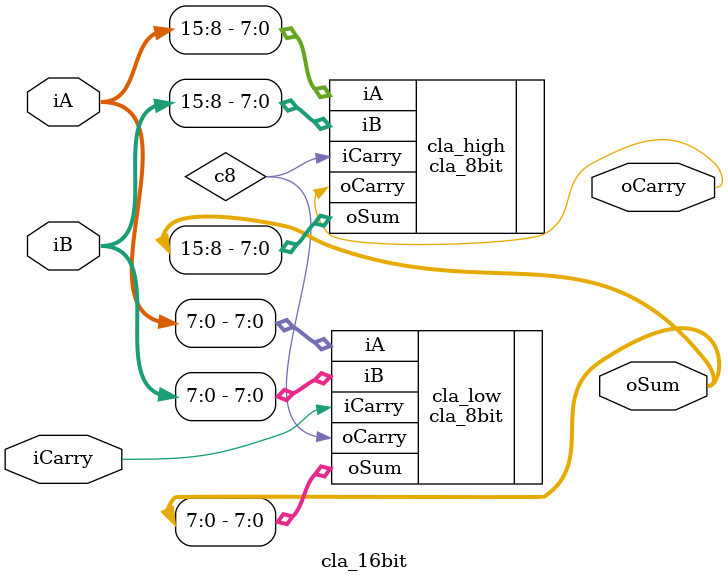
<source format=v>
`timescale 1ns / 1ps

module cla_16bit(
    input wire [15:0] iA, iB,
    input wire iCarry,
    output wire [15:0] oSum,
    output wire oCarry
);
    // Carry between blocks
    wire c8;
    
    cla_8bit cla_low(
        .iA(iA[7:0]),
        .iB(iB[7:0]),
        .iCarry(iCarry),
        .oSum(oSum[7:0]),
        .oCarry(c8)  
    );
    
    cla_8bit cla_high(
        .iA(iA[15:8]),
        .iB(iB[15:8]),
        .iCarry(c8), 
        .oSum(oSum[15:8]),
        .oCarry(oCarry)
    );
endmodule
</source>
